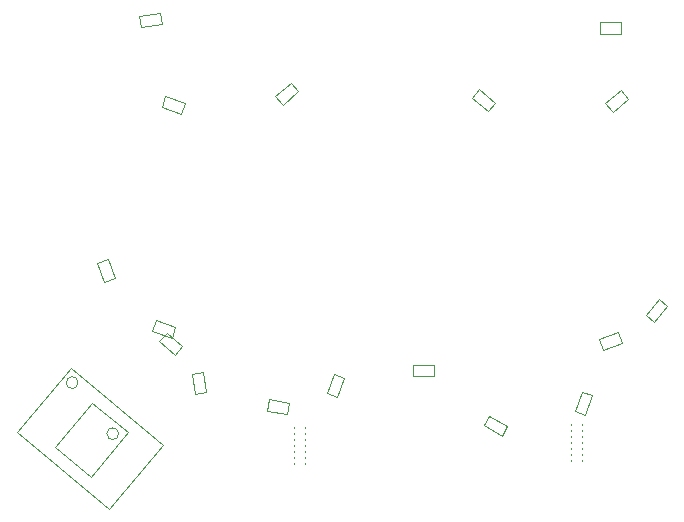
<source format=gbr>
G04 Layer_Color=16711935*
%FSLAX26Y26*%
%MOIN*%
%TF.FileFunction,Other,Mechanical_13*%
%TF.Part,Single*%
%TFFileComment,Halloween PCB
Pumpkin Badge
V1
Gadorach
(W.W.S.)*%
G01*
G75*
%TA.AperFunction,NonConductor*%
%ADD81C,0.003937*%
%ADD82C,0.000000*%
D81*
X2946405Y1815538D02*
G03*
X2946405Y1815538I-19685J0D01*
G01*
X2810832Y1985577D02*
G03*
X2810832Y1985577I-19685J0D01*
G01*
X2852636Y1672124D02*
X2976640Y1819904D01*
X2735016Y1770820D02*
X2859018Y1918600D01*
X2976640Y1819904D01*
X2735016Y1770820D02*
X2852636Y1672124D01*
X3639858Y1949756D02*
X3675004Y1936964D01*
X3663422Y2014498D02*
X3698568Y2001706D01*
X3639858Y1949756D02*
X3663422Y2014498D01*
X3675004Y1936964D02*
X3698568Y2001706D01*
X3439956Y1892734D02*
X3446450Y1929568D01*
X3507808Y1880770D02*
X3514302Y1917604D01*
X3446450Y1929568D02*
X3514302Y1917604D01*
X3439956Y1892734D02*
X3507808Y1880770D01*
X3202048Y1946398D02*
X3238880Y1952892D01*
X3190084Y2014248D02*
X3226916Y2020744D01*
X3190084Y2014248D02*
X3202048Y1946398D01*
X3226916Y2020744D02*
X3238880Y1952892D01*
X3122854Y2134540D02*
X3135646Y2169686D01*
X3058112Y2158104D02*
X3070904Y2193250D01*
X3058112Y2158104D02*
X3122854Y2134540D01*
X3070904Y2193250D02*
X3135646Y2169686D01*
X2899004Y2321134D02*
X2934150Y2333926D01*
X2875438Y2385876D02*
X2910584Y2398668D01*
X2875438Y2385876D02*
X2899004Y2321134D01*
X2910584Y2398668D02*
X2934150Y2333926D01*
X3468612Y2941080D02*
X3492652Y2912428D01*
X3521390Y2985366D02*
X3545432Y2956714D01*
X3468612Y2941080D02*
X3521390Y2985366D01*
X3492652Y2912428D02*
X3545432Y2956714D01*
X3089630Y2904644D02*
X3102422Y2939790D01*
X3154372Y2881080D02*
X3167164Y2916226D01*
X3102422Y2939790D02*
X3167164Y2916226D01*
X3089630Y2904644D02*
X3154372Y2881080D01*
X3015390Y3206278D02*
X3021884Y3169444D01*
X3083242Y3218242D02*
X3089736Y3181408D01*
X3015390Y3206278D02*
X3083242Y3218242D01*
X3021884Y3169444D02*
X3089736Y3181408D01*
X4551068Y3149110D02*
Y3186512D01*
X4619966Y3149110D02*
Y3186512D01*
X4551068D02*
X4619966D01*
X4551068Y3149110D02*
X4619966D01*
X4568782Y2917080D02*
X4592824Y2888430D01*
X4621562Y2961366D02*
X4645602Y2932716D01*
X4568782Y2917080D02*
X4621562Y2961366D01*
X4592824Y2888430D02*
X4645602Y2932716D01*
X4176036Y2890352D02*
X4200076Y2919004D01*
X4123256Y2934638D02*
X4147298Y2963290D01*
X4123256Y2934638D02*
X4176036Y2890352D01*
X4147298Y2963290D02*
X4200076Y2919004D01*
X4702658Y2210826D02*
X4731308Y2186784D01*
X4746944Y2263604D02*
X4775596Y2239564D01*
X4702658Y2210826D02*
X4746944Y2263604D01*
X4731308Y2186784D02*
X4775596Y2239564D01*
X4611108Y2154456D02*
X4623900Y2119308D01*
X4546366Y2130890D02*
X4559158Y2095744D01*
X4623900Y2119308D01*
X4546366Y2130890D02*
X4611108Y2154456D01*
X4467000Y1890954D02*
X4502146Y1878162D01*
X4490564Y1955696D02*
X4525710Y1942904D01*
X4467000Y1890954D02*
X4490564Y1955696D01*
X4502146Y1878162D02*
X4525710Y1942904D01*
X4222830Y1809028D02*
X4241532Y1841418D01*
X4163164Y1843476D02*
X4181864Y1875866D01*
X4163164Y1843476D02*
X4222830Y1809028D01*
X4181864Y1875866D02*
X4241532Y1841418D01*
X3928772Y2007990D02*
Y2045392D01*
X3997670Y2007992D02*
Y2045392D01*
X3928772D02*
X3997670D01*
X3928772Y2007990D02*
X3997670Y2007992D01*
X2913220Y1564504D02*
X3092896Y1778634D01*
X2607104Y1821366D02*
X2786780Y2035496D01*
X2607104Y1821366D02*
X2913220Y1564504D01*
X2786780Y2035496D02*
X3092896Y1778634D01*
X3082282Y2123244D02*
X3106324Y2151894D01*
X3135062Y2078956D02*
X3159102Y2107608D01*
X3082282Y2123244D02*
X3135062Y2078956D01*
X3106324Y2151894D02*
X3159102Y2107608D01*
D82*
X4494500Y1848000D02*
G03*
X4494500Y1842000I0J-3000D01*
G01*
X4494499Y1828000D02*
G03*
X4494499Y1822000I0J-3000D01*
G01*
X4494500Y1808000D02*
G03*
X4494500Y1802000I0J-3000D01*
G01*
X4494500Y1788000D02*
G03*
X4494500Y1782000I0J-3000D01*
G01*
Y1768000D02*
G03*
X4494500Y1762000I0J-3000D01*
G01*
X4494500Y1748000D02*
G03*
X4494500Y1742000I0J-3000D01*
G01*
X4494500Y1728000D02*
G03*
X4494500Y1722000I0J-3000D01*
G01*
X4455500Y1842000D02*
G03*
X4455500Y1848000I0J3000D01*
G01*
X4455500Y1822000D02*
G03*
X4455500Y1828000I0J3000D01*
G01*
X4455500Y1802000D02*
G03*
X4455500Y1808000I0J3000D01*
G01*
Y1782000D02*
G03*
X4455500Y1788000I0J3000D01*
G01*
X4455500Y1762000D02*
G03*
X4455500Y1768000I0J3000D01*
G01*
X4455501Y1742000D02*
G03*
X4455501Y1748000I0J3000D01*
G01*
X4455500Y1722000D02*
G03*
X4455500Y1728000I0J3000D01*
G01*
X3532000Y1712000D02*
G03*
X3532000Y1718000I0J3000D01*
G01*
X3532000Y1732000D02*
G03*
X3532000Y1738000I0J3000D01*
G01*
X3532000Y1752000D02*
G03*
X3532000Y1758000I0J3000D01*
G01*
X3532000Y1772000D02*
G03*
X3532000Y1778000I0J3000D01*
G01*
Y1792000D02*
G03*
X3532000Y1798000I0J3000D01*
G01*
X3532000Y1812000D02*
G03*
X3532000Y1818000I0J3000D01*
G01*
X3532000Y1832000D02*
G03*
X3532000Y1838000I0J3000D01*
G01*
X3571000Y1718000D02*
G03*
X3571000Y1712000I0J-3000D01*
G01*
X3571000Y1738000D02*
G03*
X3571000Y1732000I0J-3000D01*
G01*
X3571000Y1758000D02*
G03*
X3571000Y1752000I0J-3000D01*
G01*
Y1778000D02*
G03*
X3571000Y1772000I0J-3000D01*
G01*
X3571000Y1798000D02*
G03*
X3571000Y1792000I0J-3000D01*
G01*
X3571000Y1818000D02*
G03*
X3571000Y1812000I0J-3000D01*
G01*
X3571000Y1838000D02*
G03*
X3571000Y1832000I0J-3000D01*
G01*
%TF.MD5,0540af37dc790f62d5e82b0670eca89e*%
M02*

</source>
